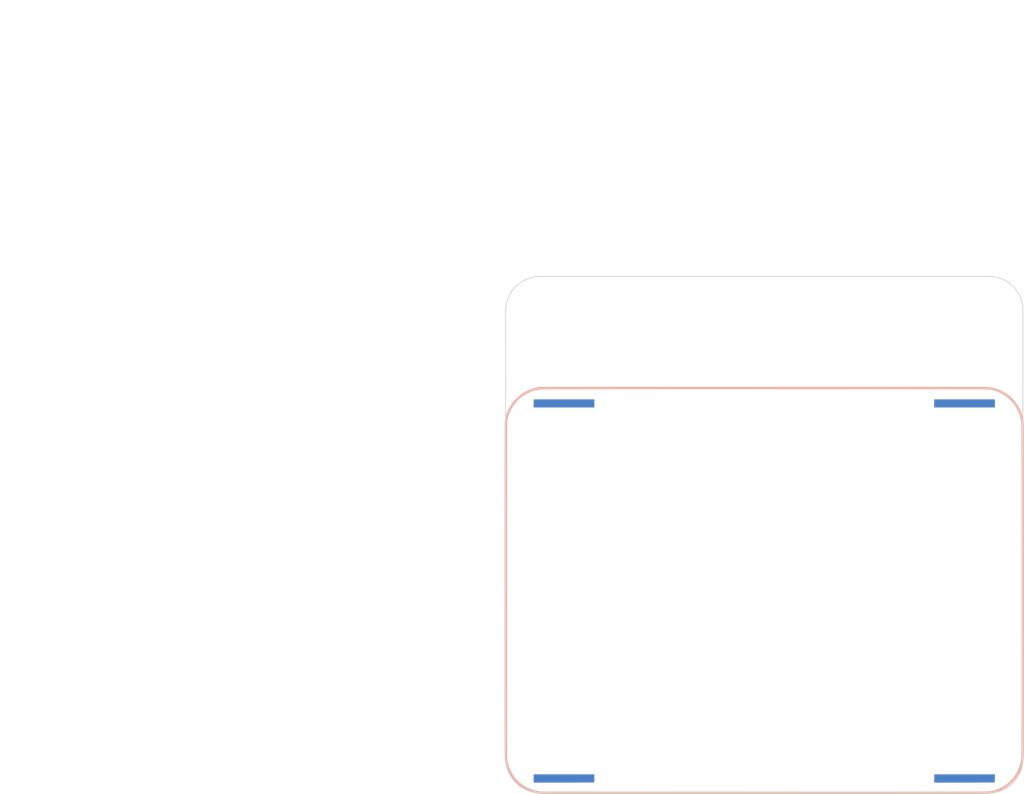
<source format=kicad_pcb>
(kicad_pcb (version 20171130) (host pcbnew 5.1.2)
  (layers (0 F.Cu signal) (31 B.Cu signal) (34 B.Paste user) (35 F.Paste user) (36 B.SilkS user) (38 B.Mask user) (39 F.Mask user) (44 Edge.Cuts user))
  (net 0 "")
  (module LOGO (layer F.Cu) (at 141.93 101.03)
    (fp_text reference G*** hide)
    (fp_text value LOGO hide)
    (fp_poly (pts (xy -31.547962 45.899916) (xy -31.5595 46.6725) (xy -37.327417 46.683234) (xy -43.095334 46.693969) (xy -43.095334 45.127333) (xy -31.536424 45.127333) (xy -31.547962 45.899916)) (layer B.Cu) (width 0.01))
    (fp_poly (pts (xy 44.736704 45.899916) (xy 44.725166 46.6725) (xy 38.95725 46.683234) (xy 33.189333 46.693969) (xy 33.189333 45.127333) (xy 44.748243 45.127333) (xy 44.736704 45.899916)) (layer B.Cu) (width 0.01))
    (fp_poly (pts (xy -31.538334 -24.807334) (xy -43.095334 -24.807334) (xy -43.095334 -26.331334) (xy -31.538334 -26.331334) (xy -31.538334 -24.807334)) (layer B.Cu) (width 0.01))
    (fp_poly (pts (xy 44.746333 -24.807334) (xy 33.189333 -24.807334) (xy 33.189333 -26.331334) (xy 44.746333 -26.331334) (xy 44.746333 -24.807334)) (layer B.Cu) (width 0.01))
  )
  (module LOGO (layer F.Cu) (at 141.93 101.03)
    (fp_text reference G*** hide)
    (fp_text value LOGO hide)
  )
  (module LOGO (layer F.Cu) (at 141.93 101.03)
    (fp_text reference G*** hide)
    (fp_text value LOGO hide)
    (fp_poly (pts (xy 22.987627 -28.738723) (xy 24.57528 -28.73856) (xy 26.09034 -28.738305) (xy 27.533811 -28.737957) (xy 28.906701 -28.737515) (xy 30.210014 -28.736979) (xy 31.444758 -28.736347) (xy 32.611937 -28.735619) (xy 33.712559 -28.734794) (xy 34.74763 -28.733872) (xy 35.718154 -28.73285) (xy 36.625139 -28.73173) (xy 37.46959 -28.73051) (xy 38.252514 -28.729188) (xy 38.974916 -28.727765) (xy 39.637803 -28.72624) (xy 40.24218 -28.724611) (xy 40.789054 -28.722879) (xy 41.279431 -28.721041) (xy 41.714316 -28.719098) (xy 42.094716 -28.717049) (xy 42.421637 -28.714893) (xy 42.696084 -28.712628) (xy 42.919065 -28.710255) (xy 43.091584 -28.707773) (xy 43.214649 -28.70518) (xy 43.289264 -28.702477) (xy 43.306232 -28.701323) (xy 43.972985 -28.618019) (xy 44.589176 -28.489807) (xy 45.179839 -28.309911) (xy 45.770006 -28.071555) (xy 45.961258 -27.982587) (xy 46.37458 -27.773634) (xy 46.737034 -27.563909) (xy 47.080228 -27.333505) (xy 47.435771 -27.062513) (xy 47.485116 -27.022804) (xy 48.068837 -26.496885) (xy 48.590441 -25.915878) (xy 49.047165 -25.285071) (xy 49.436247 -24.60975) (xy 49.754927 -23.895204) (xy 50.000442 -23.146721) (xy 50.170031 -22.369589) (xy 50.249206 -21.73049) (xy 50.251834 -21.656362) (xy 50.254381 -21.500133) (xy 50.256846 -21.264368) (xy 50.259229 -20.951631) (xy 50.26153 -20.56449) (xy 50.26375 -20.105507) (xy 50.265887 -19.57725) (xy 50.267943 -18.982282) (xy 50.269918 -18.32317) (xy 50.27181 -17.602479) (xy 50.273621 -16.822773) (xy 50.27535 -15.986618) (xy 50.276998 -15.096579) (xy 50.278564 -14.155222) (xy 50.280049 -13.165112) (xy 50.281452 -12.128814) (xy 50.282774 -11.048893) (xy 50.284014 -9.927914) (xy 50.285173 -8.768443) (xy 50.28625 -7.573045) (xy 50.287247 -6.344285) (xy 50.288162 -5.084729) (xy 50.288995 -3.796941) (xy 50.289748 -2.483488) (xy 50.290419 -1.146933) (xy 50.291009 0.210157) (xy 50.291518 1.585218) (xy 50.291946 2.975684) (xy 50.292293 4.37899) (xy 50.292558 5.79257) (xy 50.292743 7.21386) (xy 50.292847 8.640293) (xy 50.29287 10.069306) (xy 50.292812 11.498333) (xy 50.292673 12.924808) (xy 50.292453 14.346166) (xy 50.292152 15.759842) (xy 50.291771 17.163271) (xy 50.291309 18.553887) (xy 50.290766 19.929126) (xy 50.290142 21.286422) (xy 50.289438 22.623209) (xy 50.288653 23.936923) (xy 50.287788 25.224998) (xy 50.286842 26.484869) (xy 50.285815 27.713971) (xy 50.284708 28.909739) (xy 50.283521 30.069607) (xy 50.282253 31.19101) (xy 50.280904 32.271383) (xy 50.279476 33.30816) (xy 50.277967 34.298777) (xy 50.276377 35.240668) (xy 50.274708 36.131268) (xy 50.272958 36.968011) (xy 50.271128 37.748333) (xy 50.269218 38.469668) (xy 50.267227 39.129451) (xy 50.265157 39.725117) (xy 50.263006 40.2541) (xy 50.260776 40.713835) (xy 50.258465 41.101757) (xy 50.256074 41.415301) (xy 50.253604 41.651901) (xy 50.251053 41.808993) (xy 50.248423 41.884011) (xy 50.248416 41.884104) (xy 50.141819 42.688857) (xy 49.955415 43.468553) (xy 49.690488 44.219389) (xy 49.348328 44.937568) (xy 49.036666 45.460369) (xy 48.571528 46.097672) (xy 48.045809 46.678777) (xy 47.46518 47.200208) (xy 46.835307 47.658488) (xy 46.161859 48.050141) (xy 45.450505 48.371692) (xy 44.706912 48.619663) (xy 43.93675 48.790578) (xy 43.509751 48.849836) (xy 43.453765 48.852527) (xy 43.335244 48.855121) (xy 43.153531 48.85762) (xy 42.90797 48.860023) (xy 42.597907 48.862331) (xy 42.222684 48.864544) (xy 41.781645 48.866665) (xy 41.274135 48.868692) (xy 40.699497 48.870627) (xy 40.057076 48.87247) (xy 39.346215 48.874222) (xy 38.566259 48.875884) (xy 37.71655 48.877456) (xy 36.796435 48.878938) (xy 35.805255 48.880332) (xy 34.742356 48.881638) (xy 33.60708 48.882857) (xy 32.398773 48.883989) (xy 31.116778 48.885035) (xy 29.760439 48.885995) (xy 28.329101 48.886871) (xy 26.822106 48.887662) (xy 25.238799 48.88837) (xy 23.578524 48.888995) (xy 21.840625 48.889538) (xy 20.024446 48.889998) (xy 18.129331 48.890378) (xy 16.154623 48.890678) (xy 14.099668 48.890897) (xy 11.963808 48.891037) (xy 9.746388 48.891099) (xy 7.446751 48.891083) (xy 5.064242 48.890989) (xy 2.598205 48.890819) (xy 0.731918 48.890645) (xy -1.581249 48.890395) (xy -3.811232 48.890127) (xy -5.959512 48.88984) (xy -8.027571 48.88953) (xy -10.01689 48.889196) (xy -11.928953 48.888835) (xy -13.765241 48.888446) (xy -15.527236 48.888026) (xy -17.216419 48.887572) (xy -18.834273 48.887083) (xy -20.38228 48.886557) (xy -21.861921 48.88599) (xy -23.274678 48.885381) (xy -24.622034 48.884728) (xy -25.905471 48.884029) (xy -27.126469 48.88328) (xy -28.286512 48.882481) (xy -29.387081 48.881628) (xy -30.429658 48.88072) (xy -31.415724 48.879754) (xy -32.346763 48.878728) (xy -33.224255 48.87764) (xy -34.049684 48.876488) (xy -34.824529 48.875269) (xy -35.550275 48.873981) (xy -36.228401 48.872622) (xy -36.860392 48.87119) (xy -37.447727 48.869682) (xy -37.99189 48.868096) (xy -38.494362 48.866431) (xy -38.956626 48.864683) (xy -39.380162 48.862851) (xy -39.766453 48.860932) (xy -40.116982 48.858925) (xy -40.433229 48.856826) (xy -40.716676 48.854634) (xy -40.968807 48.852346) (xy -41.191102 48.849961) (xy -41.385044 48.847475) (xy -41.552114 48.844888) (xy -41.693795 48.842195) (xy -41.811568 48.839397) (xy -41.906915 48.836489) (xy -41.981318 48.83347) (xy -42.036259 48.830338) (xy -42.073221 48.82709) (xy -42.079334 48.826326) (xy -42.85051 48.680722) (xy -43.594212 48.458098) (xy -44.305644 48.16272) (xy -44.980011 47.798855) (xy -45.612518 47.370767) (xy -46.19837 46.882724) (xy -46.732771 46.33899) (xy -47.210927 45.743833) (xy -47.628042 45.101517) (xy -47.97932 44.416309) (xy -48.259967 43.692474) (xy -48.402874 43.200788) (xy -48.417554 43.145436) (xy -48.431621 43.096471) (xy -48.445088 43.052088) (xy -48.457968 43.010478) (xy -48.470274 42.969835) (xy -48.48202 42.928353) (xy -48.493218 42.884223) (xy -48.503881 42.835641) (xy -48.514023 42.780797) (xy -48.523655 42.717887) (xy -48.532792 42.645102) (xy -48.541445 42.560636) (xy -48.549629 42.462682) (xy -48.557356 42.349434) (xy -48.564639 42.219083) (xy -48.571491 42.069824) (xy -48.577924 41.899849) (xy -48.583953 41.707351) (xy -48.58959 41.490525) (xy -48.594848 41.247562) (xy -48.59974 40.976656) (xy -48.604279 40.676) (xy -48.608477 40.343787) (xy -48.612349 39.97821) (xy -48.615906 39.577463) (xy -48.619162 39.139738) (xy -48.62213 38.663228) (xy -48.624823 38.146127) (xy -48.627254 37.586628) (xy -48.629435 36.982924) (xy -48.63138 36.333208) (xy -48.633102 35.635673) (xy -48.634614 34.888512) (xy -48.635928 34.089918) (xy -48.637058 33.238085) (xy -48.638017 32.331206) (xy -48.638817 31.367473) (xy -48.639472 30.345079) (xy -48.639995 29.262219) (xy -48.640398 28.117085) (xy -48.640695 26.907869) (xy -48.640898 25.632766) (xy -48.641021 24.289968) (xy -48.641076 22.877669) (xy -48.641077 21.394061) (xy -48.641037 19.837338) (xy -48.640967 18.205693) (xy -48.640883 16.497318) (xy -48.640795 14.710407) (xy -48.640718 12.843154) (xy -48.640665 10.893751) (xy -48.640653 10.104915) (xy -48.640571 7.857733) (xy -48.640375 5.690733) (xy -48.640066 3.604083) (xy -48.639643 1.597953) (xy -48.639107 -0.327486) (xy -48.638458 -2.172067) (xy -48.637696 -3.935617) (xy -48.636822 -5.617969) (xy -48.635835 -7.218953) (xy -48.634737 -8.738398) (xy -48.633526 -10.176136) (xy -48.632204 -11.531997) (xy -48.630771 -12.80581) (xy -48.629227 -13.997407) (xy -48.627572 -15.106618) (xy -48.625806 -16.133273) (xy -48.623929 -17.077203) (xy -48.621943 -17.938237) (xy -48.619846 -18.716207) (xy -48.61764 -19.410943) (xy -48.615324 -20.022274) (xy -48.612899 -20.550032) (xy -48.610365 -20.994047) (xy -48.607722 -21.354149) (xy -48.60497 -21.630169) (xy -48.60211 -21.821937) (xy -48.599141 -21.929282) (xy -48.597789 -21.949834) (xy -48.578113 -22.076834) (xy -48.154167 -22.076834) (xy -48.154167 42.185166) (xy -48.057595 42.661645) (xy -47.86132 43.42633) (xy -47.590354 44.156233) (xy -47.247005 44.846172) (xy -46.833583 45.490964) (xy -46.742603 45.614166) (xy -46.559738 45.838064) (xy -46.329981 46.092151) (xy -46.073981 46.355558) (xy -45.812388 46.607418) (xy -45.56585 46.826865) (xy -45.444834 46.925651) (xy -44.816986 47.363747) (xy -44.143965 47.731412) (xy -43.430203 48.026831) (xy -42.680128 48.248188) (xy -41.898174 48.393667) (xy -41.8465 48.400434) (xy -41.798773 48.401164) (xy -41.668174 48.401897) (xy -41.4565 48.402633) (xy -41.165548 48.403372) (xy -40.797111 48.404111) (xy -40.352988 48.404851) (xy -39.834972 48.40559) (xy -39.24486 48.406328) (xy -38.584449 48.407063) (xy -37.855533 48.407795) (xy -37.059909 48.408522) (xy -36.199372 48.409244) (xy -35.275718 48.409959) (xy -34.290743 48.410667) (xy -33.246243 48.411367) (xy -32.144013 48.412058) (xy -30.98585 48.412739) (xy -29.77355 48.413409) (xy -28.508907 48.414067) (xy -27.193718 48.414712) (xy -25.829779 48.415343) (xy -24.418886 48.415959) (xy -22.962834 48.41656) (xy -21.463419 48.417144) (xy -19.922437 48.41771) (xy -18.341684 48.418258) (xy -16.722956 48.418787) (xy -15.068048 48.419295) (xy -13.378756 48.419781) (xy -11.656877 48.420246) (xy -9.904205 48.420687) (xy -8.122537 48.421104) (xy -6.313669 48.421496) (xy -4.479396 48.421862) (xy -2.621514 48.4222) (xy -0.741819 48.422511) (xy 0.783166 48.42274) (xy 3.085621 48.423061) (xy 5.304924 48.423348) (xy 7.44259 48.4236) (xy 9.500134 48.423816) (xy 11.479069 48.423992) (xy 13.380912 48.424127) (xy 15.207176 48.424219) (xy 16.959377 48.424266) (xy 18.639028 48.424265) (xy 20.247646 48.424216) (xy 21.786744 48.424115) (xy 23.257838 48.42396) (xy 24.662441 48.423751) (xy 26.002069 48.423484) (xy 27.278237 48.423157) (xy 28.492458 48.422769) (xy 29.646249 48.422318) (xy 30.741123 48.421801) (xy 31.778596 48.421217) (xy 32.760181 48.420563) (xy 33.687395 48.419837) (xy 34.561751 48.419038) (xy 35.384764 48.418163) (xy 36.157949 48.41721) (xy 36.88282 48.416178) (xy 37.560894 48.415063) (xy 38.193683 48.413865) (xy 38.782703 48.412581) (xy 39.329468 48.411209) (xy 39.835494 48.409748) (xy 40.302295 48.408194) (xy 40.731385 48.406546) (xy 41.12428 48.404802) (xy 41.482494 48.40296) (xy 41.807542 48.401018) (xy 42.100939 48.398974) (xy 42.364199 48.396826) (xy 42.598837 48.394572) (xy 42.806367 48.392209) (xy 42.988306 48.389736) (xy 43.146166 48.387151) (xy 43.281463 48.384451) (xy 43.395712 48.381635) (xy 43.490428 48.378701) (xy 43.567124 48.375646) (xy 43.627316 48.372469) (xy 43.672519 48.369167) (xy 43.704247 48.365739) (xy 43.708724 48.365096) (xy 44.472329 48.208881) (xy 45.201266 47.977994) (xy 45.891603 47.676556) (xy 46.539408 47.308686) (xy 47.140748 46.878507) (xy 47.691692 46.390137) (xy 48.188308 45.847699) (xy 48.626664 45.255313) (xy 49.002828 44.617099) (xy 49.312867 43.937178) (xy 49.552851 43.219671) (xy 49.718846 42.468699) (xy 49.781601 42.000764) (xy 49.784407 41.930938) (xy 49.787126 41.779005) (xy 49.78976 41.547518) (xy 49.792308 41.239033) (xy 49.794769 40.856104) (xy 49.797144 40.401285) (xy 49.799434 39.877131) (xy 49.801637 39.286196) (xy 49.803754 38.631035) (xy 49.805785 37.914202) (xy 49.80773 37.138251) (xy 49.809589 36.305738) (xy 49.811362 35.419215) (xy 49.813049 34.481239) (xy 49.81465 33.494363) (xy 49.816165 32.461141) (xy 49.817594 31.384129) (xy 49.818936 30.26588) (xy 49.820193 29.108949) (xy 49.821364 27.915891) (xy 49.822449 26.689259) (xy 49.823447 25.431609) (xy 49.82436 24.145494) (xy 49.825187 22.83347) (xy 49.825927 21.49809) (xy 49.826582 20.14191) (xy 49.827151 18.767483) (xy 49.827634 17.377363) (xy 49.82803 15.974106) (xy 49.828341 14.560266) (xy 49.828566 13.138397) (xy 49.828705 11.711054) (xy 49.828758 10.280791) (xy 49.828724 8.850162) (xy 49.828605 7.421723) (xy 49.8284 5.998026) (xy 49.82811 4.581628) (xy 49.827733 3.175082) (xy 49.82727 1.780942) (xy 49.826721 0.401764) (xy 49.826087 -0.959899) (xy 49.825366 -2.301492) (xy 49.824559 -3.62046) (xy 49.823667 -4.914249) (xy 49.822689 -6.180305) (xy 49.821625 -7.416073) (xy 49.820474 -8.619) (xy 49.819238 -9.786529) (xy 49.817917 -10.916107) (xy 49.816509 -12.00518) (xy 49.815015 -13.051193) (xy 49.813436 -14.051592) (xy 49.81177 -15.003822) (xy 49.810019 -15.905328) (xy 49.808182 -16.753557) (xy 49.806259 -17.545954) (xy 49.80425 -18.279964) (xy 49.802155 -18.953033) (xy 49.799974 -19.562607) (xy 49.797708 -20.106131) (xy 49.795356 -20.58105) (xy 49.792918 -20.984811) (xy 49.790394 -21.314859) (xy 49.787784 -21.568639) (xy 49.785089 -21.743597) (xy 49.782307 -21.837179) (xy 49.78149 -21.848676) (xy 49.662259 -22.611015) (xy 49.466079 -23.345911) (xy 49.1968 -24.048529) (xy 48.858275 -24.714036) (xy 48.454353 -25.337597) (xy 47.988885 -25.914378) (xy 47.465723 -26.439545) (xy 46.888716 -26.908263) (xy 46.261716 -27.3157) (xy 45.588574 -27.657019) (xy 44.96245 -27.898401) (xy 44.544465 -28.026928) (xy 44.157461 -28.121603) (xy 43.75968 -28.191531) (xy 43.425085 -28.23366) (xy 43.361005 -28.236051) (xy 43.214483 -28.238381) (xy 42.987719 -28.240647) (xy 42.682913 -28.242852) (xy 42.302265 -28.244994) (xy 41.847974 -28.247074) (xy 41.322241 -28.249092) (xy 40.727266 -28.251047) (xy 40.065249 -28.25294) (xy 39.33839 -28.254771) (xy 38.548888 -28.256539) (xy 37.698944 -28.258245) (xy 36.790758 -28.259888) (xy 35.82653 -28.261469) (xy 34.80846 -28.262987) (xy 33.738747 -28.264443) (xy 32.619592 -28.265837) (xy 31.453195 -28.267168) (xy 30.241756 -28.268436) (xy 28.987474 -28.269642) (xy 27.692551 -28.270785) (xy 26.359185 -28.271865) (xy 24.989577 -28.272883) (xy 23.585927 -28.273839) (xy 22.150434 -28.274731) (xy 20.685299 -28.275561) (xy 19.192722 -28.276329) (xy 17.674903 -28.277033) (xy 16.134042 -28.277675) (xy 14.572338 -28.278254) (xy 12.991992 -28.27877) (xy 11.395204 -28.279224) (xy 9.784174 -28.279614) (xy 8.161102 -28.279942) (xy 6.528187 -28.280207) (xy 4.88763 -28.280409) (xy 3.241631 -28.280548) (xy 1.59239 -28.280624) (xy -0.057894 -28.280637) (xy -1.70702 -28.280588) (xy -3.352788 -28.280475) (xy -4.992998 -28.280299) (xy -6.625451 -28.280061) (xy -8.247946 -28.279759) (xy -9.858283 -28.279394) (xy -11.454262 -28.278966) (xy -13.033683 -28.278476) (xy -14.594347 -28.277922) (xy -16.134053 -28.277304) (xy -17.650601 -28.276624) (xy -19.141791 -28.275881) (xy -20.605424 -28.275074) (xy -22.039299 -28.274204) (xy -23.441216 -28.273271) (xy -24.808976 -28.272274) (xy -26.140377 -28.271215) (xy -27.433221 -28.270092) (xy -28.685307 -28.268906) (xy -29.894436 -28.267656) (xy -31.058406 -28.266343) (xy -32.175019 -28.264967) (xy -33.242074 -28.263527) (xy -34.257372 -28.262024) (xy -35.218711 -28.260458) (xy -36.123893 -28.258828) (xy -36.970717 -28.257134) (xy -37.756984 -28.255377) (xy -38.480492 -28.253557) (xy -39.139043 -28.251673) (xy -39.730436 -28.249726) (xy -40.252472 -28.247715) (xy -40.702949 -28.24564) (xy -41.079669 -28.243502) (xy -41.380432 -28.2413) (xy -41.603036 -28.239035) (xy -41.745283 -28.236706) (xy -41.804167 -28.234413) (xy -42.584456 -28.104453) (xy -43.333166 -27.897528) (xy -44.046639 -27.615442) (xy -44.721216 -27.260004) (xy -45.353239 -26.833017) (xy -45.939048 -26.336288) (xy -46.221015 -26.054383) (xy -46.722909 -25.464758) (xy -47.153565 -24.831264) (xy -47.513899 -24.152137) (xy -47.804828 -23.425613) (xy -48.027269 -22.649926) (xy -48.056522 -22.521334) (xy -48.154167 -22.076834) (xy -48.578113 -22.076834) (xy -48.488222 -22.657021) (xy -48.318527 -23.32818) (xy -48.081849 -23.98647) (xy -47.833348 -24.532167) (xy -47.566499 -25.030279) (xy -47.281523 -25.477748) (xy -46.95972 -25.900965) (xy -46.582392 -26.326316) (xy -46.503401 -26.409011) (xy -45.926817 -26.952317) (xy -45.315312 -27.421957) (xy -44.664179 -27.820449) (xy -43.968711 -28.150312) (xy -43.2242 -28.414063) (xy -42.425939 -28.614221) (xy -42.3545 -28.628572) (xy -41.888834 -28.72036) (xy 0.4445 -28.734648) (xy 2.897087 -28.735448) (xy 5.266014 -28.736165) (xy 7.552286 -28.736797) (xy 9.75691 -28.737344) (xy 11.880891 -28.737806) (xy 13.925236 -28.73818) (xy 15.890951 -28.738467) (xy 17.779041 -28.738665) (xy 19.590513 -28.738775) (xy 21.326373 -28.738794) (xy 22.987627 -28.738723)) (layer B.SilkS) (width 0.01))
  )
  (module LOGO (layer F.Cu) (at 0 0)
    (fp_text reference G*** hide)
    (fp_text value LOGO hide)
  )
  (module LOGO (layer F.Cu) (at 141.93 101.03)
    (fp_text reference G*** hide)
    (fp_text value LOGO hide)
  )
  (gr_arc (start 100.110332 57.88) (end 100.040333 51.260001) (angle -89.58484341) (layer Edge.Cuts) (width 0.15))
  (gr_arc (start 185.62 57.63) (end 191.989999 57.610001) (angle -90.63468508) (layer Edge.Cuts) (width 0.15))
  (gr_arc (start 185.659843 143.35) (end 185.609844 149.679999) (angle -90.6539542) (layer Edge.Cuts) (width 0.15))
  (gr_arc (start 100.1 143.08) (end 93.500001 143.060001) (angle -90.26043476) (layer Edge.Cuts) (width 0.15))
  (gr_line (start 93.49 57.90203) (end 93.5 143.06) (layer Edge.Cuts) (width 0.15))
  (gr_line (start 185.529441 51.260613) (end 100.040333 51.260001) (layer Edge.Cuts) (width 0.15))
  (gr_line (start 191.99 143.327749) (end 191.989999 57.610001) (layer Edge.Cuts) (width 0.15))
  (gr_line (start 100.11 149.68) (end 185.609844 149.679999) (layer Edge.Cuts) (width 0.15))
)
</source>
